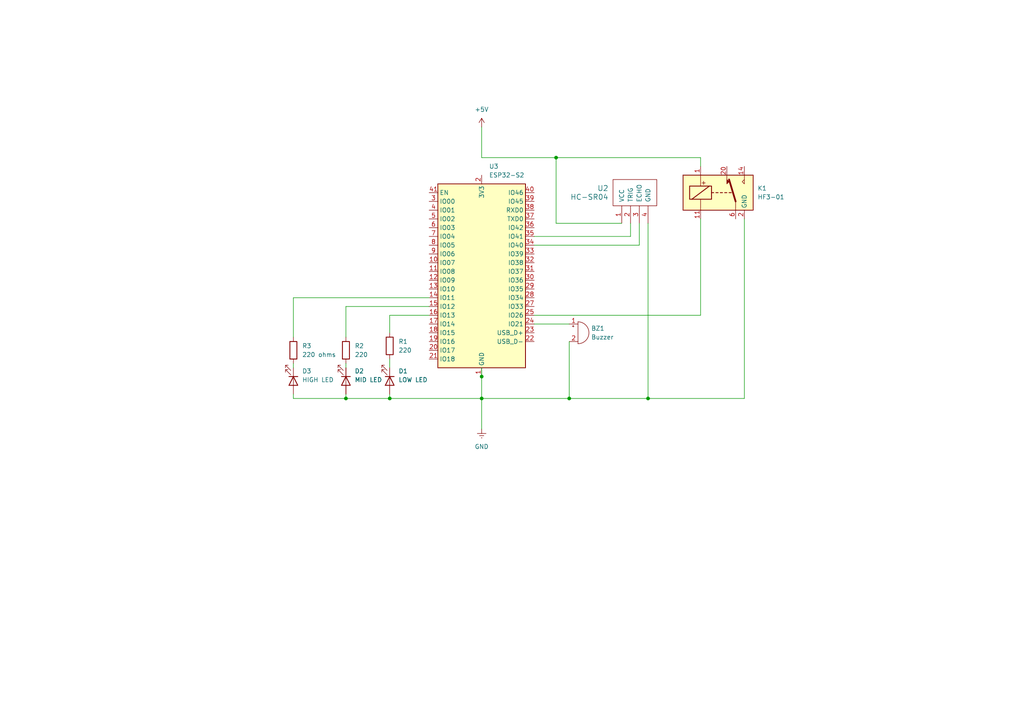
<source format=kicad_sch>
(kicad_sch (version 20250114) (generator "eeschema") (generator_version "9.0")
  (paper "A4")
  (lib_symbols
    (symbol "Device:Buzzer" (pin_names (offset 0.0254) (hide yes))
      (property "Reference" "BZ" (at 3.81 1.27 0))
      (property "Value" "Buzzer" (at 3.81 -1.27 0))
      (symbol "Buzzer_0_1"
        (polyline (pts (xy -1.651 1.905) (xy -1.143 1.905)))
        (polyline (pts (xy -1.397 2.159) (xy -1.397 1.651)))
        (arc (start 0 3.175) (mid 3.1612 0) (end 0 -3.175))
        (polyline (pts (xy 0 3.175) (xy 0 -3.175)))
      )
      (symbol "Buzzer_1_1"
        (pin passive line (at -2.54 2.54 0) (length 2.54) (name "+") (number "1"))
        (pin passive line (at -2.54 -2.54 0) (length 2.54) (name "-") (number "2"))
      )
    )
    (symbol "Device:LED" (pin_numbers (hide yes)) (pin_names (offset 1.016) (hide yes))
      (property "Reference" "D" (at 0 2.54 0))
      (property "Value" "LED" (at 0 -2.54 0))
      (symbol "LED_0_1"
        (polyline (pts (xy -3.048 -0.762) (xy -4.572 -2.286) (xy -3.81 -2.286) (xy -4.572 -2.286) (xy -4.572 -1.524)))
        (polyline (pts (xy -1.778 -0.762) (xy -3.302 -2.286) (xy -2.54 -2.286) (xy -3.302 -2.286) (xy -3.302 -1.524)))
        (polyline (pts (xy -1.27 0) (xy 1.27 0)))
        (polyline (pts (xy -1.27 -1.27) (xy -1.27 1.27)) (stroke (width 0.254)))
        (polyline (pts (xy 1.27 -1.27) (xy 1.27 1.27) (xy -1.27 0) (xy 1.27 -1.27)) (stroke (width 0.254)))
      )
      (symbol "LED_1_1"
        (pin passive line (at -3.81 0 0) (length 2.54) (name "K") (number "1"))
        (pin passive line (at 3.81 0 180) (length 2.54) (name "A") (number "2"))
      )
    )
    (symbol "Device:R" (pin_numbers (hide yes)) (pin_names (offset 0))
      (property "Reference" "R" (at 2.032 0 90))
      (property "Value" "R" (at 0 0 90))
      (symbol "R_0_1"
        (rectangle (start -1.016 -2.54) (end 1.016 2.54) (stroke (width 0.254)))
      )
      (symbol "R_1_1"
        (pin passive line (at 0 3.81 270) (length 1.27) (name "~") (number "1"))
        (pin passive line (at 0 -3.81 90) (length 1.27) (name "~") (number "2"))
      )
    )
    (symbol "RF_Module:ESP32-S2-WROVER"
      (property "Reference" "U" (at -12.7 29.21 0))
      (property "Value" "ESP32-S2-WROVER" (at 2.54 29.21 0))
      (symbol "ESP32-S2-WROVER_0_1"
        (rectangle (start -12.7 27.94) (end 12.7 -25.4) (stroke (width 0.254)) (fill (type background)))
      )
      (symbol "ESP32-S2-WROVER_1_1"
        (pin input line (at -15.24 25.4 0) (length 2.54) (name "EN") (number "41"))
        (pin bidirectional line (at -15.24 22.86 0) (length 2.54) (name "IO00") (number "3"))
        (pin bidirectional line (at -15.24 20.32 0) (length 2.54) (name "IO01") (number "4"))
        (pin bidirectional line (at -15.24 17.78 0) (length 2.54) (name "IO02") (number "5"))
        (pin bidirectional line (at -15.24 15.24 0) (length 2.54) (name "IO03") (number "6"))
        (pin bidirectional line (at -15.24 12.7 0) (length 2.54) (name "IO04") (number "7"))
        (pin bidirectional line (at -15.24 10.16 0) (length 2.54) (name "IO05") (number "8"))
        (pin bidirectional line (at -15.24 7.62 0) (length 2.54) (name "IO06") (number "9"))
        (pin bidirectional line (at -15.24 5.08 0) (length 2.54) (name "IO07") (number "10"))
        (pin bidirectional line (at -15.24 2.54 0) (length 2.54) (name "IO08") (number "11"))
        (pin bidirectional line (at -15.24 0 0) (length 2.54) (name "IO09") (number "12"))
        (pin bidirectional line (at -15.24 -2.54 0) (length 2.54) (name "IO10") (number "13"))
        (pin bidirectional line (at -15.24 -5.08 0) (length 2.54) (name "IO11") (number "14"))
        (pin bidirectional line (at -15.24 -7.62 0) (length 2.54) (name "IO12") (number "15"))
        (pin bidirectional line (at -15.24 -10.16 0) (length 2.54) (name "IO13") (number "16"))
        (pin bidirectional line (at -15.24 -12.7 0) (length 2.54) (name "IO14") (number "17"))
        (pin bidirectional line (at -15.24 -15.24 0) (length 2.54) (name "IO15") (number "18"))
        (pin bidirectional line (at -15.24 -17.78 0) (length 2.54) (name "IO16") (number "19"))
        (pin bidirectional line (at -15.24 -20.32 0) (length 2.54) (name "IO17") (number "20"))
        (pin bidirectional line (at -15.24 -22.86 0) (length 2.54) (name "IO18") (number "21"))
        (pin power_in line (at 0 30.48 270) (length 2.54) (name "3V3") (number "2"))
        (pin power_in line (at 0 -27.94 90) (length 2.54) (name "GND") (number "1"))
        (pin passive line (at 0 -27.94 90) (length 2.54) (hide yes) (name "GND") (number "26"))
        (pin passive line (at 0 -27.94 90) (length 2.54) (hide yes) (name "GND") (number "42"))
        (pin passive line (at 0 -27.94 90) (length 2.54) (hide yes) (name "GND") (number "43"))
        (pin input line (at 15.24 25.4 180) (length 2.54) (name "IO46") (number "40"))
        (pin bidirectional line (at 15.24 22.86 180) (length 2.54) (name "IO45") (number "39"))
        (pin bidirectional line (at 15.24 20.32 180) (length 2.54) (name "RXD0") (number "38"))
        (pin bidirectional line (at 15.24 17.78 180) (length 2.54) (name "TXD0") (number "37"))
        (pin bidirectional line (at 15.24 15.24 180) (length 2.54) (name "IO42") (number "36"))
        (pin bidirectional line (at 15.24 12.7 180) (length 2.54) (name "IO41") (number "35"))
        (pin bidirectional line (at 15.24 10.16 180) (length 2.54) (name "IO40") (number "34"))
        (pin bidirectional line (at 15.24 7.62 180) (length 2.54) (name "IO39") (number "33"))
        (pin bidirectional line (at 15.24 5.08 180) (length 2.54) (name "IO38") (number "32"))
        (pin bidirectional line (at 15.24 2.54 180) (length 2.54) (name "IO37") (number "31"))
        (pin bidirectional line (at 15.24 0 180) (length 2.54) (name "IO36") (number "30"))
        (pin bidirectional line (at 15.24 -2.54 180) (length 2.54) (name "IO35") (number "29"))
        (pin bidirectional line (at 15.24 -5.08 180) (length 2.54) (name "IO34") (number "28"))
        (pin bidirectional line (at 15.24 -7.62 180) (length 2.54) (name "IO33") (number "27"))
        (pin bidirectional line (at 15.24 -10.16 180) (length 2.54) (name "IO26") (number "25"))
        (pin bidirectional line (at 15.24 -12.7 180) (length 2.54) (name "IO21") (number "24"))
        (pin bidirectional line (at 15.24 -15.24 180) (length 2.54) (name "USB_D+") (number "23"))
        (pin bidirectional line (at 15.24 -17.78 180) (length 2.54) (name "USB_D-") (number "22"))
      )
    )
    (symbol "Relay:HF3-01"
      (property "Reference" "K" (at 11.43 3.81 0))
      (property "Value" "HF3-01" (at 11.43 1.27 0))
      (symbol "HF3-01_0_0"
        (polyline (pts (xy 7.62 5.08) (xy 7.62 2.54) (xy 6.985 3.175) (xy 7.62 3.81)))
        (text "+" (at -4.191 2.921 0) (effects (font (size 1.27 1.27))))
      )
      (symbol "HF3-01_0_1"
        (rectangle (start -10.16 5.08) (end 10.16 -5.08) (stroke (width 0.254)) (fill (type background)))
        (rectangle (start -8.255 1.905) (end -1.905 -1.905) (stroke (width 0.254)))
        (polyline (pts (xy -7.62 -1.905) (xy -2.54 1.905)) (stroke (width 0.254)))
        (polyline (pts (xy -5.08 5.08) (xy -5.08 1.905)))
        (polyline (pts (xy -5.08 -5.08) (xy -5.08 -1.905)))
        (polyline (pts (xy -1.905 0) (xy -1.27 0)) (stroke (width 0.254)))
        (polyline (pts (xy -0.635 0) (xy 0 0)) (stroke (width 0.254)))
        (polyline (pts (xy 0.635 0) (xy 1.27 0)) (stroke (width 0.254)))
        (polyline (pts (xy 1.905 0) (xy 2.54 0)) (stroke (width 0.254)))
        (polyline (pts (xy 2.54 5.08) (xy 2.54 2.54) (xy 3.175 3.175) (xy 2.54 3.81)) (fill (type outline)))
        (polyline (pts (xy 3.175 0) (xy 3.81 0)) (stroke (width 0.254)))
        (polyline (pts (xy 5.08 -2.54) (xy 3.175 3.81)) (stroke (width 0.508)))
        (polyline (pts (xy 5.08 -2.54) (xy 5.08 -5.08)))
      )
      (symbol "HF3-01_1_1"
        (pin passive line (at -5.08 7.62 270) (length 2.54) (name "~") (number "1"))
        (pin passive line (at -5.08 -7.62 90) (length 2.54) (name "~") (number "11"))
        (pin passive line (at 2.54 7.62 270) (length 2.54) (name "~") (number "20"))
        (pin passive line (at 5.08 -7.62 90) (length 2.54) (name "~") (number "6"))
        (pin passive line (at 7.62 7.62 270) (length 2.54) (name "~") (number "14"))
        (pin passive line (at 7.62 -7.62 90) (length 2.54) (hide yes) (name "GND") (number "10"))
        (pin passive line (at 7.62 -7.62 90) (length 2.54) (hide yes) (name "GND") (number "12"))
        (pin passive line (at 7.62 -7.62 90) (length 2.54) (hide yes) (name "GND") (number "13"))
        (pin passive line (at 7.62 -7.62 90) (length 2.54) (hide yes) (name "GND") (number "15"))
        (pin passive line (at 7.62 -7.62 90) (length 2.54) (hide yes) (name "GND") (number "17"))
        (pin passive line (at 7.62 -7.62 90) (length 2.54) (hide yes) (name "GND") (number "19"))
        (pin power_in line (at 7.62 -7.62 90) (length 2.54) (name "GND") (number "2"))
        (pin passive line (at 7.62 -7.62 90) (length 2.54) (hide yes) (name "GND") (number "21"))
        (pin passive line (at 7.62 -7.62 90) (length 2.54) (hide yes) (name "GND") (number "22"))
        (pin passive line (at 7.62 -7.62 90) (length 2.54) (hide yes) (name "GND") (number "5"))
        (pin passive line (at 7.62 -7.62 90) (length 2.54) (hide yes) (name "GND") (number "7"))
      )
    )
    (symbol "hc-sr04:HC-SR04" (pin_names (offset 1.016))
      (property "Reference" "U" (at -6.35 -7.62 0))
      (property "Value" "HC-SR04" (at -2.54 7.62 0))
      (symbol "HC-SR04_0_1"
        (rectangle (start 0 6.35) (end -7.62 -6.35))
      )
      (symbol "HC-SR04_1_1"
        (pin input line (at 5.08 3.81 180) (length 5.08) (name "VCC") (number "1"))
        (pin input line (at 5.08 1.27 180) (length 5.08) (name "TRIG") (number "2"))
        (pin input line (at 5.08 -1.27 180) (length 5.08) (name "ECHO") (number "3"))
        (pin input line (at 5.08 -3.81 180) (length 5.08) (name "GND") (number "4"))
      )
    )
    (symbol "power:+5V" (power) (pin_numbers (hide yes)) (pin_names (offset 0) (hide yes))
      (property "Value" "+5V" (at 0 3.556 0))
      (symbol "+5V_0_1"
        (polyline (pts (xy -0.762 1.27) (xy 0 2.54)))
        (polyline (pts (xy 0 2.54) (xy 0.762 1.27)))
        (polyline (pts (xy 0 0) (xy 0 2.54)))
      )
      (symbol "+5V_1_1"
        (pin power_in line (at 0 0 90) (length 0) (name "~") (number "1"))
      )
    )
    (symbol "power:GNDREF" (power) (pin_numbers (hide yes)) (pin_names (offset 0) (hide yes))
      (property "Value" "GNDREF" (at 0 -3.81 0))
      (symbol "GNDREF_0_1"
        (polyline (pts (xy -0.635 -1.905) (xy 0.635 -1.905)))
        (polyline (pts (xy -0.127 -2.54) (xy 0.127 -2.54)))
        (polyline (pts (xy 0 -1.27) (xy 0 0)))
        (polyline (pts (xy 1.27 -1.27) (xy -1.27 -1.27)))
      )
      (symbol "GNDREF_1_1"
        (pin power_in line (at 0 0 270) (length 0) (name "~") (number "1"))
      )
    )
  )
  (junction (at 100.33 115.57))
  (junction (at 161.29 45.72))
  (junction (at 187.96 115.57))
  (junction (at 139.7 115.57))
  (junction (at 139.7 109.22))
  (junction (at 113.03 115.57))
  (junction (at 165.1 115.57))
  (wire (pts (xy 100.33 105.41) (xy 100.33 106.68)))
  (wire (pts (xy 161.29 64.77) (xy 161.29 45.72)))
  (wire (pts (xy 165.1 115.57) (xy 139.7 115.57)))
  (wire (pts (xy 100.33 115.57) (xy 113.03 115.57)))
  (wire (pts (xy 85.09 86.36) (xy 124.46 86.36)))
  (wire (pts (xy 113.03 91.44) (xy 124.46 91.44)))
  (wire (pts (xy 154.94 68.58) (xy 182.88 68.58)))
  (wire (pts (xy 85.09 105.41) (xy 85.09 106.68)))
  (wire (pts (xy 100.33 88.9) (xy 124.46 88.9)))
  (wire (pts (xy 203.2 48.26) (xy 203.2 45.72)))
  (wire (pts (xy 165.1 93.98) (xy 154.94 93.98)))
  (wire (pts (xy 203.2 63.5) (xy 203.2 91.44)))
  (wire (pts (xy 85.09 97.79) (xy 85.09 86.36)))
  (wire (pts (xy 113.03 114.3) (xy 113.03 115.57)))
  (wire (pts (xy 100.33 114.3) (xy 100.33 115.57)))
  (wire (pts (xy 113.03 96.52) (xy 113.03 91.44)))
  (wire (pts (xy 161.29 45.72) (xy 139.7 45.72)))
  (wire (pts (xy 165.1 115.57) (xy 187.96 115.57)))
  (wire (pts (xy 185.42 64.77) (xy 185.42 71.12)))
  (wire (pts (xy 139.7 45.72) (xy 139.7 36.83)))
  (wire (pts (xy 139.7 115.57) (xy 139.7 124.46)))
  (wire (pts (xy 215.9 63.5) (xy 215.9 115.57)))
  (wire (pts (xy 139.7 109.22) (xy 139.7 115.57)))
  (wire (pts (xy 154.94 71.12) (xy 185.42 71.12)))
  (wire (pts (xy 165.1 99.06) (xy 165.1 115.57)))
  (wire (pts (xy 187.96 64.77) (xy 187.96 115.57)))
  (wire (pts (xy 113.03 104.14) (xy 113.03 106.68)))
  (wire (pts (xy 180.34 64.77) (xy 161.29 64.77)))
  (wire (pts (xy 100.33 97.79) (xy 100.33 88.9)))
  (wire (pts (xy 203.2 91.44) (xy 154.94 91.44)))
  (wire (pts (xy 139.7 106.68) (xy 139.7 109.22)))
  (wire (pts (xy 203.2 45.72) (xy 161.29 45.72)))
  (wire (pts (xy 85.09 115.57) (xy 100.33 115.57)))
  (wire (pts (xy 85.09 114.3) (xy 85.09 115.57)))
  (wire (pts (xy 215.9 115.57) (xy 187.96 115.57)))
  (wire (pts (xy 182.88 68.58) (xy 182.88 64.77)))
  (wire (pts (xy 113.03 115.57) (xy 139.7 115.57)))
  (symbol (lib_id "Device:R") (at 100.33 101.6 0) (unit 1)
    (property "Reference" "R2" (at 102.87 100.3299 0) (effects (justify left)))
    (property "Value" "220" (at 102.87 102.8699 0) (effects (justify left)))
    (property "Description" "Resistor" (effects (hide yes)))
  )
  (symbol (lib_id "Relay:HF3-01") (at 208.28 55.88 0) (unit 1)
    (property "Reference" "K1" (at 219.71 54.6099 0) (effects (justify left)))
    (property "Value" "HF3-01" (at 219.71 57.1499 0) (effects (justify left)))
    (property "Footprint" "Relay_SMD:Relay_SPDT_AXICOM_HF3Series_75ohms_Pitch1.27mm" (effects (hide yes)))
    (property "Datasheet" "https://www.te.com/commerce/DocumentDelivery/DDEController?Action=srchrtrv&DocNm=108-98000&DocType=SS&DocLang=EN" (effects (hide yes)))
    (property "Description" "AXICOM HF3 relay, 3GHz, SPDT RF Switching Relay, 75ohm, 3Vdc, Single-Side Stable" (effects (hide yes)))
  )
  (symbol (lib_id "power:+5V") (at 139.7 36.83 0) (unit 1)
    (property "Reference" "#PWR01" (effects (hide yes)))
    (property "Value" "+5V" (at 139.7 31.75 0))
    (property "Description" "Power symbol creates a global label with name \"+5V\"" (effects (hide yes)))
  )
  (symbol (lib_id "power:GNDREF") (at 139.7 124.46 0) (unit 1)
    (property "Reference" "#PWR02" (effects (hide yes)))
    (property "Value" "GND" (at 139.7 129.54 0))
    (property "Description" "Power symbol creates a global label with name \"GNDREF\" , reference supply ground" (effects (hide yes)))
  )
  (symbol (lib_id "Device:Buzzer") (at 167.64 96.52 0) (unit 1)
    (property "Reference" "BZ1" (at 171.45 95.2499 0) (effects (justify left)))
    (property "Value" "Buzzer" (at 171.45 97.7899 0) (effects (justify left)))
    (property "Description" "Buzzer, polarized" (effects (hide yes)))
  )
  (symbol (lib_id "Device:LED") (at 85.09 110.49 270) (unit 1)
    (property "Reference" "D3" (at 87.63 107.6324 90) (effects (justify left)))
    (property "Value" "HIGH LED" (at 87.63 110.1724 90) (effects (justify left)))
    (property "Description" "Light emitting diode" (effects (hide yes)))
    (property "Sim.Pins" "1=K 2=A" (effects (hide yes)))
  )
  (symbol (lib_id "Device:R") (at 85.09 101.6 0) (unit 1)
    (property "Reference" "R3" (at 87.63 100.3299 0) (effects (justify left)))
    (property "Value" "220 ohms" (at 87.63 102.8699 0) (effects (justify left)))
    (property "Description" "Resistor" (effects (hide yes)))
  )
  (symbol (lib_id "hc-sr04:HC-SR04") (at 184.15 59.69 90) (mirror x) (unit 1)
    (property "Reference" "U2" (at 176.53 54.6099 90) (effects (font (size 1.524 1.524)) (justify left)))
    (property "Value" "HC-SR04" (at 176.53 57.1499 90) (effects (font (size 1.524 1.524)) (justify left)))
  )
  (symbol (lib_id "RF_Module:ESP32-S2-WROVER") (at 139.7 81.28 0) (unit 1)
    (property "Reference" "U3" (at 141.8433 48.26 0) (effects (justify left)))
    (property "Value" "ESP32-S2" (at 141.8433 50.8 0) (effects (justify left)))
    (property "Footprint" "RF_Module:ESP32-S2-WROVER" (effects (hide yes)))
    (property "Datasheet" "https://www.espressif.com/sites/default/files/documentation/esp32-s2-wroom_esp32-s2-wroom-i_datasheet_en.pdf" (effects (hide yes)))
    (property "Description" "RF Module, ESP32-D0WDQ6 SoC, Wi-Fi 802.11b/g/n, 32-bit, 2.7-3.6V, onboard antenna, SMD" (effects (hide yes)))
  )
  (symbol (lib_id "Device:LED") (at 100.33 110.49 270) (unit 1)
    (property "Reference" "D2" (at 102.87 107.6324 90) (effects (justify left)))
    (property "Value" "MID LED" (at 102.87 110.1724 90) (effects (justify left)))
    (property "Description" "Light emitting diode" (effects (hide yes)))
    (property "Sim.Pins" "1=K 2=A" (effects (hide yes)))
  )
  (symbol (lib_id "Device:LED") (at 113.03 110.49 270) (unit 1)
    (property "Reference" "D1" (at 115.57 107.6324 90) (effects (justify left)))
    (property "Value" "LOW LED" (at 115.57 110.1724 90) (effects (justify left)))
    (property "Description" "Light emitting diode" (effects (hide yes)))
    (property "Sim.Pins" "1=K 2=A" (effects (hide yes)))
  )
  (symbol (lib_id "Device:R") (at 113.03 100.33 0) (unit 1)
    (property "Reference" "R1" (at 115.57 99.0599 0) (effects (justify left)))
    (property "Value" "220" (at 115.57 101.5999 0) (effects (justify left)))
    (property "Description" "Resistor" (effects (hide yes)))
  )
)
</source>
